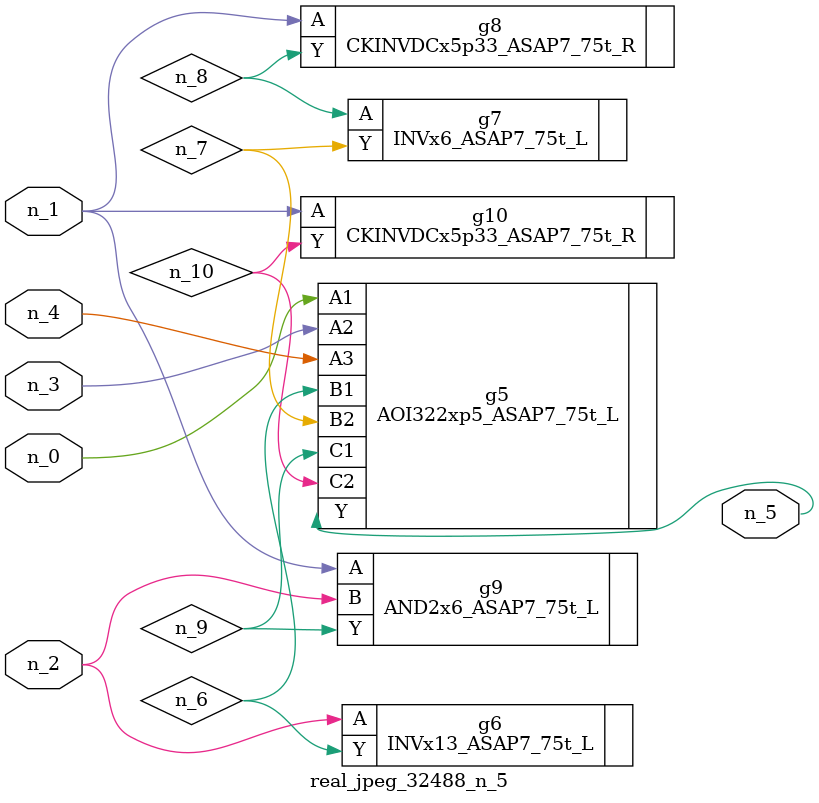
<source format=v>
module real_jpeg_32488_n_5 (n_4, n_0, n_1, n_2, n_3, n_5);

input n_4;
input n_0;
input n_1;
input n_2;
input n_3;

output n_5;

wire n_8;
wire n_6;
wire n_7;
wire n_10;
wire n_9;

AOI322xp5_ASAP7_75t_L g5 ( 
.A1(n_0),
.A2(n_3),
.A3(n_4),
.B1(n_6),
.B2(n_7),
.C1(n_9),
.C2(n_10),
.Y(n_5)
);

CKINVDCx5p33_ASAP7_75t_R g8 ( 
.A(n_1),
.Y(n_8)
);

AND2x6_ASAP7_75t_L g9 ( 
.A(n_1),
.B(n_2),
.Y(n_9)
);

CKINVDCx5p33_ASAP7_75t_R g10 ( 
.A(n_1),
.Y(n_10)
);

INVx13_ASAP7_75t_L g6 ( 
.A(n_2),
.Y(n_6)
);

INVx6_ASAP7_75t_L g7 ( 
.A(n_8),
.Y(n_7)
);


endmodule
</source>
